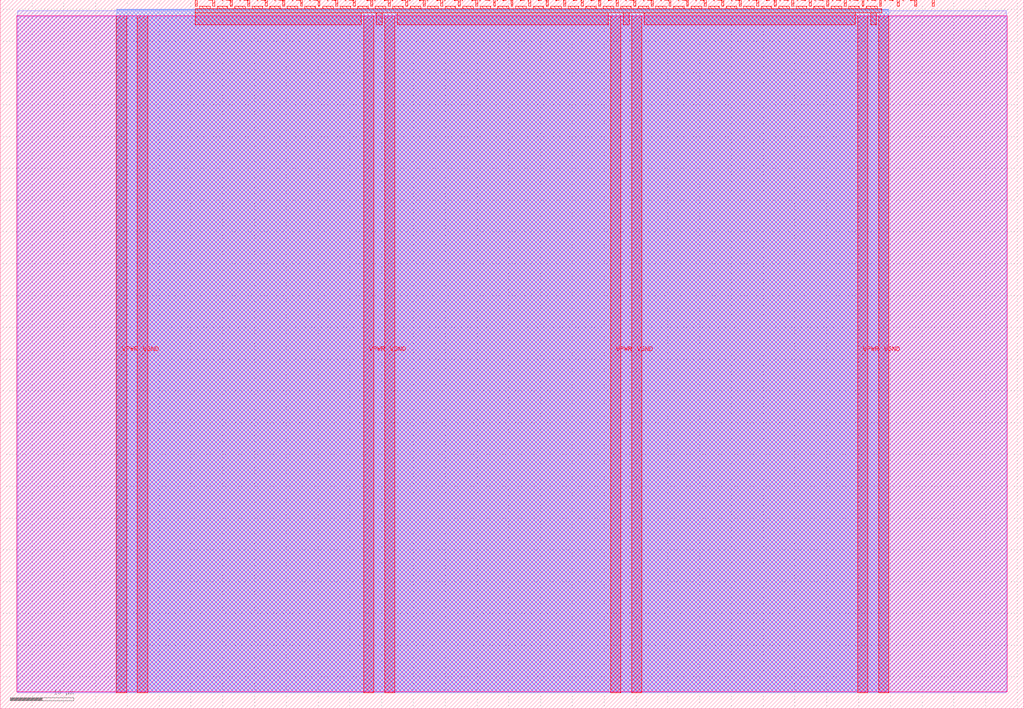
<source format=lef>
VERSION 5.7 ;
  NOWIREEXTENSIONATPIN ON ;
  DIVIDERCHAR "/" ;
  BUSBITCHARS "[]" ;
MACRO tt_um_wokwi_446363880417243137
  CLASS BLOCK ;
  FOREIGN tt_um_wokwi_446363880417243137 ;
  ORIGIN 0.000 0.000 ;
  SIZE 161.000 BY 111.520 ;
  PIN VGND
    DIRECTION INOUT ;
    USE GROUND ;
    PORT
      LAYER met4 ;
        RECT 21.580 2.480 23.180 109.040 ;
    END
    PORT
      LAYER met4 ;
        RECT 60.450 2.480 62.050 109.040 ;
    END
    PORT
      LAYER met4 ;
        RECT 99.320 2.480 100.920 109.040 ;
    END
    PORT
      LAYER met4 ;
        RECT 138.190 2.480 139.790 109.040 ;
    END
  END VGND
  PIN VPWR
    DIRECTION INOUT ;
    USE POWER ;
    PORT
      LAYER met4 ;
        RECT 18.280 2.480 19.880 109.040 ;
    END
    PORT
      LAYER met4 ;
        RECT 57.150 2.480 58.750 109.040 ;
    END
    PORT
      LAYER met4 ;
        RECT 96.020 2.480 97.620 109.040 ;
    END
    PORT
      LAYER met4 ;
        RECT 134.890 2.480 136.490 109.040 ;
    END
  END VPWR
  PIN clk
    DIRECTION INPUT ;
    USE SIGNAL ;
    PORT
      LAYER met4 ;
        RECT 143.830 110.520 144.130 111.520 ;
    END
  END clk
  PIN ena
    DIRECTION INPUT ;
    USE SIGNAL ;
    PORT
      LAYER met4 ;
        RECT 146.590 110.520 146.890 111.520 ;
    END
  END ena
  PIN rst_n
    DIRECTION INPUT ;
    USE SIGNAL ;
    PORT
      LAYER met4 ;
        RECT 141.070 110.520 141.370 111.520 ;
    END
  END rst_n
  PIN ui_in[0]
    DIRECTION INPUT ;
    USE SIGNAL ;
    ANTENNAGATEAREA 0.196500 ;
    PORT
      LAYER met4 ;
        RECT 138.310 110.520 138.610 111.520 ;
    END
  END ui_in[0]
  PIN ui_in[1]
    DIRECTION INPUT ;
    USE SIGNAL ;
    ANTENNAGATEAREA 0.196500 ;
    PORT
      LAYER met4 ;
        RECT 135.550 110.520 135.850 111.520 ;
    END
  END ui_in[1]
  PIN ui_in[2]
    DIRECTION INPUT ;
    USE SIGNAL ;
    PORT
      LAYER met4 ;
        RECT 132.790 110.520 133.090 111.520 ;
    END
  END ui_in[2]
  PIN ui_in[3]
    DIRECTION INPUT ;
    USE SIGNAL ;
    PORT
      LAYER met4 ;
        RECT 130.030 110.520 130.330 111.520 ;
    END
  END ui_in[3]
  PIN ui_in[4]
    DIRECTION INPUT ;
    USE SIGNAL ;
    ANTENNAGATEAREA 0.159000 ;
    PORT
      LAYER met4 ;
        RECT 127.270 110.520 127.570 111.520 ;
    END
  END ui_in[4]
  PIN ui_in[5]
    DIRECTION INPUT ;
    USE SIGNAL ;
    ANTENNAGATEAREA 0.159000 ;
    PORT
      LAYER met4 ;
        RECT 124.510 110.520 124.810 111.520 ;
    END
  END ui_in[5]
  PIN ui_in[6]
    DIRECTION INPUT ;
    USE SIGNAL ;
    ANTENNAGATEAREA 0.159000 ;
    PORT
      LAYER met4 ;
        RECT 121.750 110.520 122.050 111.520 ;
    END
  END ui_in[6]
  PIN ui_in[7]
    DIRECTION INPUT ;
    USE SIGNAL ;
    ANTENNAGATEAREA 0.159000 ;
    PORT
      LAYER met4 ;
        RECT 118.990 110.520 119.290 111.520 ;
    END
  END ui_in[7]
  PIN uio_in[0]
    DIRECTION INPUT ;
    USE SIGNAL ;
    PORT
      LAYER met4 ;
        RECT 116.230 110.520 116.530 111.520 ;
    END
  END uio_in[0]
  PIN uio_in[1]
    DIRECTION INPUT ;
    USE SIGNAL ;
    PORT
      LAYER met4 ;
        RECT 113.470 110.520 113.770 111.520 ;
    END
  END uio_in[1]
  PIN uio_in[2]
    DIRECTION INPUT ;
    USE SIGNAL ;
    PORT
      LAYER met4 ;
        RECT 110.710 110.520 111.010 111.520 ;
    END
  END uio_in[2]
  PIN uio_in[3]
    DIRECTION INPUT ;
    USE SIGNAL ;
    PORT
      LAYER met4 ;
        RECT 107.950 110.520 108.250 111.520 ;
    END
  END uio_in[3]
  PIN uio_in[4]
    DIRECTION INPUT ;
    USE SIGNAL ;
    PORT
      LAYER met4 ;
        RECT 105.190 110.520 105.490 111.520 ;
    END
  END uio_in[4]
  PIN uio_in[5]
    DIRECTION INPUT ;
    USE SIGNAL ;
    PORT
      LAYER met4 ;
        RECT 102.430 110.520 102.730 111.520 ;
    END
  END uio_in[5]
  PIN uio_in[6]
    DIRECTION INPUT ;
    USE SIGNAL ;
    PORT
      LAYER met4 ;
        RECT 99.670 110.520 99.970 111.520 ;
    END
  END uio_in[6]
  PIN uio_in[7]
    DIRECTION INPUT ;
    USE SIGNAL ;
    PORT
      LAYER met4 ;
        RECT 96.910 110.520 97.210 111.520 ;
    END
  END uio_in[7]
  PIN uio_oe[0]
    DIRECTION OUTPUT ;
    USE SIGNAL ;
    PORT
      LAYER met4 ;
        RECT 49.990 110.520 50.290 111.520 ;
    END
  END uio_oe[0]
  PIN uio_oe[1]
    DIRECTION OUTPUT ;
    USE SIGNAL ;
    PORT
      LAYER met4 ;
        RECT 47.230 110.520 47.530 111.520 ;
    END
  END uio_oe[1]
  PIN uio_oe[2]
    DIRECTION OUTPUT ;
    USE SIGNAL ;
    PORT
      LAYER met4 ;
        RECT 44.470 110.520 44.770 111.520 ;
    END
  END uio_oe[2]
  PIN uio_oe[3]
    DIRECTION OUTPUT ;
    USE SIGNAL ;
    PORT
      LAYER met4 ;
        RECT 41.710 110.520 42.010 111.520 ;
    END
  END uio_oe[3]
  PIN uio_oe[4]
    DIRECTION OUTPUT ;
    USE SIGNAL ;
    PORT
      LAYER met4 ;
        RECT 38.950 110.520 39.250 111.520 ;
    END
  END uio_oe[4]
  PIN uio_oe[5]
    DIRECTION OUTPUT ;
    USE SIGNAL ;
    PORT
      LAYER met4 ;
        RECT 36.190 110.520 36.490 111.520 ;
    END
  END uio_oe[5]
  PIN uio_oe[6]
    DIRECTION OUTPUT ;
    USE SIGNAL ;
    PORT
      LAYER met4 ;
        RECT 33.430 110.520 33.730 111.520 ;
    END
  END uio_oe[6]
  PIN uio_oe[7]
    DIRECTION OUTPUT ;
    USE SIGNAL ;
    PORT
      LAYER met4 ;
        RECT 30.670 110.520 30.970 111.520 ;
    END
  END uio_oe[7]
  PIN uio_out[0]
    DIRECTION OUTPUT ;
    USE SIGNAL ;
    PORT
      LAYER met4 ;
        RECT 72.070 110.520 72.370 111.520 ;
    END
  END uio_out[0]
  PIN uio_out[1]
    DIRECTION OUTPUT ;
    USE SIGNAL ;
    PORT
      LAYER met4 ;
        RECT 69.310 110.520 69.610 111.520 ;
    END
  END uio_out[1]
  PIN uio_out[2]
    DIRECTION OUTPUT ;
    USE SIGNAL ;
    PORT
      LAYER met4 ;
        RECT 66.550 110.520 66.850 111.520 ;
    END
  END uio_out[2]
  PIN uio_out[3]
    DIRECTION OUTPUT ;
    USE SIGNAL ;
    PORT
      LAYER met4 ;
        RECT 63.790 110.520 64.090 111.520 ;
    END
  END uio_out[3]
  PIN uio_out[4]
    DIRECTION OUTPUT ;
    USE SIGNAL ;
    PORT
      LAYER met4 ;
        RECT 61.030 110.520 61.330 111.520 ;
    END
  END uio_out[4]
  PIN uio_out[5]
    DIRECTION OUTPUT ;
    USE SIGNAL ;
    PORT
      LAYER met4 ;
        RECT 58.270 110.520 58.570 111.520 ;
    END
  END uio_out[5]
  PIN uio_out[6]
    DIRECTION OUTPUT ;
    USE SIGNAL ;
    PORT
      LAYER met4 ;
        RECT 55.510 110.520 55.810 111.520 ;
    END
  END uio_out[6]
  PIN uio_out[7]
    DIRECTION OUTPUT ;
    USE SIGNAL ;
    PORT
      LAYER met4 ;
        RECT 52.750 110.520 53.050 111.520 ;
    END
  END uio_out[7]
  PIN uo_out[0]
    DIRECTION OUTPUT ;
    USE SIGNAL ;
    ANTENNADIFFAREA 0.445500 ;
    PORT
      LAYER met4 ;
        RECT 94.150 110.520 94.450 111.520 ;
    END
  END uo_out[0]
  PIN uo_out[1]
    DIRECTION OUTPUT ;
    USE SIGNAL ;
    ANTENNADIFFAREA 0.445500 ;
    PORT
      LAYER met4 ;
        RECT 91.390 110.520 91.690 111.520 ;
    END
  END uo_out[1]
  PIN uo_out[2]
    DIRECTION OUTPUT ;
    USE SIGNAL ;
    PORT
      LAYER met4 ;
        RECT 88.630 110.520 88.930 111.520 ;
    END
  END uo_out[2]
  PIN uo_out[3]
    DIRECTION OUTPUT ;
    USE SIGNAL ;
    PORT
      LAYER met4 ;
        RECT 85.870 110.520 86.170 111.520 ;
    END
  END uo_out[3]
  PIN uo_out[4]
    DIRECTION OUTPUT ;
    USE SIGNAL ;
    ANTENNADIFFAREA 0.445500 ;
    PORT
      LAYER met4 ;
        RECT 83.110 110.520 83.410 111.520 ;
    END
  END uo_out[4]
  PIN uo_out[5]
    DIRECTION OUTPUT ;
    USE SIGNAL ;
    ANTENNADIFFAREA 0.445500 ;
    PORT
      LAYER met4 ;
        RECT 80.350 110.520 80.650 111.520 ;
    END
  END uo_out[5]
  PIN uo_out[6]
    DIRECTION OUTPUT ;
    USE SIGNAL ;
    ANTENNADIFFAREA 0.445500 ;
    PORT
      LAYER met4 ;
        RECT 77.590 110.520 77.890 111.520 ;
    END
  END uo_out[6]
  PIN uo_out[7]
    DIRECTION OUTPUT ;
    USE SIGNAL ;
    ANTENNADIFFAREA 0.445500 ;
    PORT
      LAYER met4 ;
        RECT 74.830 110.520 75.130 111.520 ;
    END
  END uo_out[7]
  OBS
      LAYER nwell ;
        RECT 2.570 2.635 158.430 108.990 ;
      LAYER li1 ;
        RECT 2.760 2.635 158.240 108.885 ;
      LAYER met1 ;
        RECT 2.760 2.480 158.240 109.780 ;
      LAYER met2 ;
        RECT 18.310 2.535 139.760 110.005 ;
      LAYER met3 ;
        RECT 18.290 2.555 139.780 109.985 ;
      LAYER met4 ;
        RECT 31.370 110.120 33.030 110.520 ;
        RECT 34.130 110.120 35.790 110.520 ;
        RECT 36.890 110.120 38.550 110.520 ;
        RECT 39.650 110.120 41.310 110.520 ;
        RECT 42.410 110.120 44.070 110.520 ;
        RECT 45.170 110.120 46.830 110.520 ;
        RECT 47.930 110.120 49.590 110.520 ;
        RECT 50.690 110.120 52.350 110.520 ;
        RECT 53.450 110.120 55.110 110.520 ;
        RECT 56.210 110.120 57.870 110.520 ;
        RECT 58.970 110.120 60.630 110.520 ;
        RECT 61.730 110.120 63.390 110.520 ;
        RECT 64.490 110.120 66.150 110.520 ;
        RECT 67.250 110.120 68.910 110.520 ;
        RECT 70.010 110.120 71.670 110.520 ;
        RECT 72.770 110.120 74.430 110.520 ;
        RECT 75.530 110.120 77.190 110.520 ;
        RECT 78.290 110.120 79.950 110.520 ;
        RECT 81.050 110.120 82.710 110.520 ;
        RECT 83.810 110.120 85.470 110.520 ;
        RECT 86.570 110.120 88.230 110.520 ;
        RECT 89.330 110.120 90.990 110.520 ;
        RECT 92.090 110.120 93.750 110.520 ;
        RECT 94.850 110.120 96.510 110.520 ;
        RECT 97.610 110.120 99.270 110.520 ;
        RECT 100.370 110.120 102.030 110.520 ;
        RECT 103.130 110.120 104.790 110.520 ;
        RECT 105.890 110.120 107.550 110.520 ;
        RECT 108.650 110.120 110.310 110.520 ;
        RECT 111.410 110.120 113.070 110.520 ;
        RECT 114.170 110.120 115.830 110.520 ;
        RECT 116.930 110.120 118.590 110.520 ;
        RECT 119.690 110.120 121.350 110.520 ;
        RECT 122.450 110.120 124.110 110.520 ;
        RECT 125.210 110.120 126.870 110.520 ;
        RECT 127.970 110.120 129.630 110.520 ;
        RECT 130.730 110.120 132.390 110.520 ;
        RECT 133.490 110.120 135.150 110.520 ;
        RECT 136.250 110.120 137.910 110.520 ;
        RECT 30.655 109.440 138.625 110.120 ;
        RECT 30.655 107.615 56.750 109.440 ;
        RECT 59.150 107.615 60.050 109.440 ;
        RECT 62.450 107.615 95.620 109.440 ;
        RECT 98.020 107.615 98.920 109.440 ;
        RECT 101.320 107.615 134.490 109.440 ;
        RECT 136.890 107.615 137.790 109.440 ;
  END
END tt_um_wokwi_446363880417243137
END LIBRARY


</source>
